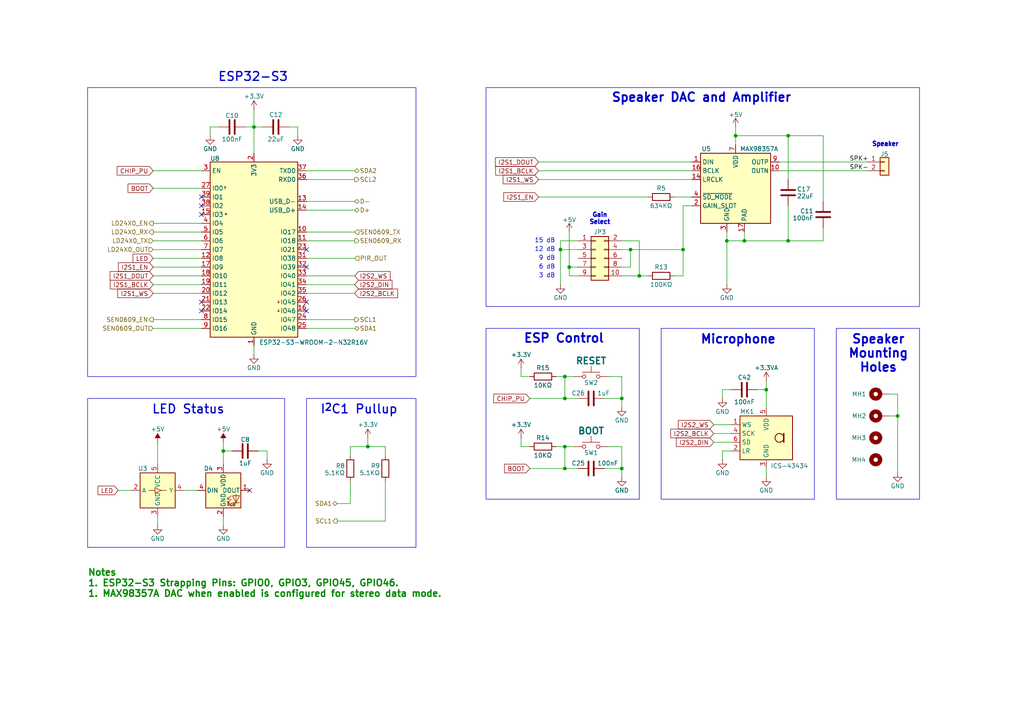
<source format=kicad_sch>
(kicad_sch (version 20250114) (generator "eeschema") (generator_version "9.0")
  (paper "A4")
  (title_block (title "ESPHome Parking Assistant") (date "2025-04-18") (rev "A") (company "Mike Lawrence"))
  (lib_symbols
    (symbol "Audio:MAX98357A"
      (property "Reference" "U" (at -8.89 11.43 0))
      (property "Value" "MAX98357A" (at 10.16 11.43 0))
      (symbol "MAX98357A_1_1"
        (rectangle (start -10.16 10.16) (end 10.16 -10.16) (stroke (width 0.254)) (fill (type background)))
        (pin input line (at -12.7 7.62 0) (length 2.54) (name "DIN") (number "1"))
        (pin input line (at -12.7 5.08 0) (length 2.54) (name "BCLK") (number "16"))
        (pin input line (at -12.7 2.54 0) (length 2.54) (name "LRCLK") (number "14"))
        (pin input line (at -12.7 -2.54 0) (length 2.54) (name "~{SD_MODE}") (number "4"))
        (pin passive line (at -12.7 -5.08 0) (length 2.54) (name "GAIN_SLOT") (number "2"))
        (pin passive line (at -2.54 -12.7 90) (length 2.54) (hide yes) (name "GND") (number "11"))
        (pin passive line (at -2.54 -12.7 90) (length 2.54) (hide yes) (name "GND") (number "15"))
        (pin power_in line (at -2.54 -12.7 90) (length 2.54) (name "GND") (number "3"))
        (pin power_in line (at 0 12.7 270) (length 2.54) (name "VDD") (number "7"))
        (pin passive line (at 0 12.7 270) (length 2.54) (hide yes) (name "VDD") (number "8"))
        (pin unspecified line (at 2.54 -12.7 90) (length 2.54) (name "PAD") (number "17"))
        (pin no_connect line (at 10.16 2.54 180) (length 2.54) (hide yes) (name "NC") (number "5"))
        (pin no_connect line (at 10.16 0 180) (length 2.54) (hide yes) (name "NC") (number "6"))
        (pin no_connect line (at 10.16 -5.08 180) (length 2.54) (hide yes) (name "NC") (number "12"))
        (pin no_connect line (at 10.16 -7.62 180) (length 2.54) (hide yes) (name "NC") (number "13"))
        (pin output line (at 12.7 7.62 180) (length 2.54) (name "OUTP") (number "9"))
        (pin output line (at 12.7 5.08 180) (length 2.54) (name "OUTN") (number "10"))
      )
    )
    (symbol "Connector_Generic:Conn_01x02" (pin_names (offset 1.016) (hide yes))
      (property "Reference" "J" (at 0 2.54 0))
      (property "Value" "Conn_01x02" (at 0 -5.08 0))
      (symbol "Conn_01x02_1_1"
        (rectangle (start -1.27 1.27) (end 1.27 -3.81) (stroke (width 0.254)) (fill (type background)))
        (rectangle (start -1.27 0.127) (end 0 -0.127) (stroke (width 0.1524)))
        (rectangle (start -1.27 -2.413) (end 0 -2.667) (stroke (width 0.1524)))
        (pin passive line (at -5.08 0 0) (length 3.81) (name "Pin_1") (number "1"))
        (pin passive line (at -5.08 -2.54 0) (length 3.81) (name "Pin_2") (number "2"))
      )
    )
    (symbol "Connector_Generic:Conn_02x05_Odd_Even" (pin_names (offset 1.016) (hide yes))
      (property "Reference" "J" (at 1.27 7.62 0))
      (property "Value" "Conn_02x05_Odd_Even" (at 1.27 -7.62 0))
      (symbol "Conn_02x05_Odd_Even_1_1"
        (rectangle (start -1.27 6.35) (end 3.81 -6.35) (stroke (width 0.254)) (fill (type background)))
        (rectangle (start -1.27 5.207) (end 0 4.953) (stroke (width 0.1524)))
        (rectangle (start -1.27 2.667) (end 0 2.413) (stroke (width 0.1524)))
        (rectangle (start -1.27 0.127) (end 0 -0.127) (stroke (width 0.1524)))
        (rectangle (start -1.27 -2.413) (end 0 -2.667) (stroke (width 0.1524)))
        (rectangle (start -1.27 -4.953) (end 0 -5.207) (stroke (width 0.1524)))
        (rectangle (start 3.81 5.207) (end 2.54 4.953) (stroke (width 0.1524)))
        (rectangle (start 3.81 2.667) (end 2.54 2.413) (stroke (width 0.1524)))
        (rectangle (start 3.81 0.127) (end 2.54 -0.127) (stroke (width 0.1524)))
        (rectangle (start 3.81 -2.413) (end 2.54 -2.667) (stroke (width 0.1524)))
        (rectangle (start 3.81 -4.953) (end 2.54 -5.207) (stroke (width 0.1524)))
        (pin passive line (at -5.08 5.08 0) (length 3.81) (name "Pin_1") (number "1"))
        (pin passive line (at -5.08 2.54 0) (length 3.81) (name "Pin_3") (number "3"))
        (pin passive line (at -5.08 0 0) (length 3.81) (name "Pin_5") (number "5"))
        (pin passive line (at -5.08 -2.54 0) (length 3.81) (name "Pin_7") (number "7"))
        (pin passive line (at -5.08 -5.08 0) (length 3.81) (name "Pin_9") (number "9"))
        (pin passive line (at 7.62 5.08 180) (length 3.81) (name "Pin_2") (number "2"))
        (pin passive line (at 7.62 2.54 180) (length 3.81) (name "Pin_4") (number "4"))
        (pin passive line (at 7.62 0 180) (length 3.81) (name "Pin_6") (number "6"))
        (pin passive line (at 7.62 -2.54 180) (length 3.81) (name "Pin_8") (number "8"))
        (pin passive line (at 7.62 -5.08 180) (length 3.81) (name "Pin_10") (number "10"))
      )
    )
    (symbol "Device:C" (pin_numbers (hide yes)) (pin_names (offset 0.254))
      (property "Reference" "C" (at 0.635 2.54 0))
      (property "Value" "C" (at 0.635 -2.54 0))
      (symbol "C_0_1"
        (polyline (pts (xy -2.032 0.762) (xy 2.032 0.762)) (stroke (width 0.508)))
        (polyline (pts (xy -2.032 -0.762) (xy 2.032 -0.762)) (stroke (width 0.508)))
      )
      (symbol "C_1_1"
        (pin passive line (at 0 3.81 270) (length 2.794) (name "~") (number "1"))
        (pin passive line (at 0 -3.81 90) (length 2.794) (name "~") (number "2"))
      )
    )
    (symbol "Device:R" (pin_numbers (hide yes)) (pin_names (offset 0))
      (property "Reference" "R" (at 2.032 0 90))
      (property "Value" "R" (at 0 0 90))
      (symbol "R_0_1"
        (rectangle (start -1.016 -2.54) (end 1.016 2.54) (stroke (width 0.254)))
      )
      (symbol "R_1_1"
        (pin passive line (at 0 3.81 270) (length 1.27) (name "~") (number "1"))
        (pin passive line (at 0 -3.81 90) (length 1.27) (name "~") (number "2"))
      )
    )
    (symbol "ESP32-S3-WROOM-2:ESP32-S3-WROOM-2"
      (property "Reference" "U2" (at 5.08 26.67 0))
      (property "Value" "ESP32-S3-WROOM-2" (at 1.524 -26.924 0))
      (symbol "ESP32-S3-WROOM-2_0_0"
        (rectangle (start -12.7 25.4) (end 12.7 -25.4) (stroke (width 0.254)) (fill (type background)))
      )
      (symbol "ESP32-S3-WROOM-2_0_1"
        (polyline (pts (xy -8.382 18.288) (xy -8.128 18.034)))
        (polyline (pts (xy -8.382 17.526) (xy -8.382 18.288) (xy -8.636 18.034)))
        (polyline (pts (xy 7.112 -14.732) (xy 7.112 -15.494) (xy 7.366 -15.24)))
        (polyline (pts (xy 7.112 -15.494) (xy 6.858 -15.24)))
        (polyline (pts (xy 7.112 -17.272) (xy 7.112 -18.034) (xy 7.366 -17.78)))
        (polyline (pts (xy 7.112 -18.034) (xy 6.858 -17.78)))
      )
      (symbol "ESP32-S3-WROOM-2_1_1"
        (text "*" (at -8.128 9.906 0) (effects (font (size 1.27 1.27))))
        (pin input line (at -15.24 22.86 0) (length 2.54) (name "EN") (number "3"))
        (pin bidirectional line (at -15.24 17.78 0) (length 2.54) (name "IO0") (number "27"))
        (pin bidirectional line (at -15.24 15.24 0) (length 2.54) (name "IO1") (number "39"))
        (pin bidirectional line (at -15.24 12.7 0) (length 2.54) (name "IO2") (number "38"))
        (pin bidirectional line (at -15.24 10.16 0) (length 2.54) (name "IO3") (number "15"))
        (pin bidirectional line (at -15.24 7.62 0) (length 2.54) (name "IO4") (number "4"))
        (pin bidirectional line (at -15.24 5.08 0) (length 2.54) (name "IO5") (number "5"))
        (pin bidirectional line (at -15.24 2.54 0) (length 2.54) (name "IO6") (number "6"))
        (pin bidirectional line (at -15.24 0 0) (length 2.54) (name "IO7") (number "7"))
        (pin bidirectional line (at -15.24 -2.54 0) (length 2.54) (name "IO8") (number "12"))
        (pin bidirectional line (at -15.24 -5.08 0) (length 2.54) (name "IO9") (number "17"))
        (pin bidirectional line (at -15.24 -7.62 0) (length 2.54) (name "IO10") (number "18"))
        (pin bidirectional line (at -15.24 -10.16 0) (length 2.54) (name "IO11") (number "19"))
        (pin bidirectional line (at -15.24 -12.7 0) (length 2.54) (name "IO12") (number "20"))
        (pin bidirectional line (at -15.24 -15.24 0) (length 2.54) (name "IO13") (number "21"))
        (pin bidirectional line (at -15.24 -17.78 0) (length 2.54) (name "IO14") (number "22"))
        (pin bidirectional line (at -15.24 -20.32 0) (length 2.54) (name "IO15") (number "8"))
        (pin bidirectional line (at -15.24 -22.86 0) (length 2.54) (name "IO16") (number "9"))
        (pin power_in line (at 0 27.94 270) (length 2.54) (name "3V3") (number "2"))
        (pin power_in line (at 0 -27.94 90) (length 2.54) (name "GND") (number "1"))
        (pin passive line (at 0 -27.94 90) (length 2.54) (hide yes) (name "GND") (number "40"))
        (pin passive line (at 0 -27.94 90) (length 2.54) (hide yes) (name "GND") (number "41"))
        (pin no_connect line (at 3.81 -25.4 270) (length 2.54) (hide yes) (name "NC3") (number "30"))
        (pin no_connect line (at 6.35 -25.4 270) (length 2.54) (hide yes) (name "NC2") (number "29"))
        (pin no_connect line (at 8.89 -25.4 270) (length 2.54) (hide yes) (name "NC1") (number "28"))
        (pin bidirectional line (at 15.24 22.86 180) (length 2.54) (name "TXD0") (number "37"))
        (pin bidirectional line (at 15.24 20.32 180) (length 2.54) (name "RXD0") (number "36"))
        (pin bidirectional line (at 15.24 13.97 180) (length 2.54) (name "USB_D-") (number "13"))
        (pin bidirectional line (at 15.24 11.43 180) (length 2.54) (name "USB_D+") (number "14"))
        (pin bidirectional line (at 15.24 5.08 180) (length 2.54) (name "IO17") (number "10"))
        (pin bidirectional line (at 15.24 2.54 180) (length 2.54) (name "IO18") (number "11"))
        (pin bidirectional line (at 15.24 0 180) (length 2.54) (name "IO21") (number "23"))
        (pin bidirectional line (at 15.24 -2.54 180) (length 2.54) (name "IO38") (number "31"))
        (pin bidirectional line (at 15.24 -5.08 180) (length 2.54) (name "IO39") (number "32"))
        (pin bidirectional line (at 15.24 -7.62 180) (length 2.54) (name "IO40") (number "33"))
        (pin bidirectional line (at 15.24 -10.16 180) (length 2.54) (name "IO41") (number "34"))
        (pin bidirectional line (at 15.24 -12.7 180) (length 2.54) (name "IO42") (number "35"))
        (pin bidirectional line (at 15.24 -15.24 180) (length 2.54) (name "IO45") (number "26"))
        (pin bidirectional line (at 15.24 -17.78 180) (length 2.54) (name "IO46") (number "16"))
        (pin bidirectional line (at 15.24 -20.32 180) (length 2.54) (name "IO47") (number "24"))
        (pin bidirectional line (at 15.24 -22.86 180) (length 2.54) (name "IO48") (number "25"))
      )
    )
    (symbol "LED:NeoPixel_THT" (pin_names (offset 0.254))
      (property "Reference" "D" (at 5.08 5.715 0))
      (property "Value" "NeoPixel_THT" (at 1.27 -5.715 0))
      (symbol "NeoPixel_THT_0_0"
        (text "RGB" (at 2.286 -4.191 0) (effects (font (size 0.762 0.762))))
      )
      (symbol "NeoPixel_THT_0_1"
        (polyline (pts (xy 1.27 -2.54) (xy 1.778 -2.54)))
        (polyline (pts (xy 1.27 -3.556) (xy 1.778 -3.556)))
        (polyline (pts (xy 2.286 -1.524) (xy 1.27 -2.54) (xy 1.27 -2.032)))
        (polyline (pts (xy 2.286 -2.54) (xy 1.27 -3.556) (xy 1.27 -3.048)))
        (polyline (pts (xy 3.683 -1.016) (xy 3.683 -3.556) (xy 3.683 -4.064)))
        (polyline (pts (xy 4.699 -1.524) (xy 2.667 -1.524) (xy 3.683 -3.556) (xy 4.699 -1.524)))
        (polyline (pts (xy 4.699 -3.556) (xy 2.667 -3.556)))
        (rectangle (start 5.08 5.08) (end -5.08 -5.08) (stroke (width 0.254)) (fill (type background)))
      )
      (symbol "NeoPixel_THT_1_1"
        (pin input line (at -7.62 0 0) (length 2.54) (name "DIN") (number "4"))
        (pin power_in line (at 0 7.62 270) (length 2.54) (name "VDD") (number "3"))
        (pin power_in line (at 0 -7.62 90) (length 2.54) (name "GND") (number "2"))
        (pin output line (at 7.62 0 180) (length 2.54) (name "DOUT") (number "1"))
      )
    )
    (symbol "Logic_LevelTranslator:SN74LV1T34DBV"
      (property "Reference" "U" (at 5.08 6.35 0))
      (property "Value" "SN74LV1T34DBV" (at 5.08 3.81 0))
      (symbol "SN74LV1T34DBV_0_1"
        (rectangle (start -5.08 5.08) (end 5.08 -5.08) (stroke (width 0.254)) (fill (type background)))
        (polyline (pts (xy -0.762 0) (xy -2.54 0)))
        (polyline (pts (xy 1.016 0) (xy 2.54 0)))
      )
      (symbol "SN74LV1T34DBV_1_1"
        (polyline (pts (xy -0.762 -0.762) (xy -0.762 0.762) (xy 1.016 0) (xy -0.762 -0.762)))
        (pin input line (at -7.62 0 0) (length 2.54) (name "A") (number "2"))
        (pin no_connect line (at -5.08 2.54 0) (length 2.54) (hide yes) (name "NC") (number "1"))
        (pin power_in line (at 0 7.62 270) (length 2.54) (name "VCC") (number "5"))
        (pin power_in line (at 0 -7.62 90) (length 2.54) (name "GND") (number "3"))
        (pin output line (at 7.62 0 180) (length 2.54) (name "Y") (number "4"))
      )
    )
    (symbol "Mechanical:MountingHole" (pin_names (offset 1.016)) (in_bom no)
      (property "Reference" "H" (at 0 5.08 0))
      (property "Value" "MountingHole" (at 0 3.175 0))
      (symbol "MountingHole_0_1"
        (circle (center 0 0) (radius 1.27) (stroke (width 1.27)))
      )
    )
    (symbol "Mechanical:MountingHole_Pad" (pin_numbers (hide yes)) (pin_names (offset 1.016) (hide yes)) (in_bom no)
      (property "Reference" "H" (at 0 6.35 0))
      (property "Value" "MountingHole_Pad" (at 0 4.445 0))
      (symbol "MountingHole_Pad_0_1"
        (circle (center 0 1.27) (radius 1.27) (stroke (width 1.27)))
      )
      (symbol "MountingHole_Pad_1_1"
        (pin input line (at 0 -2.54 90) (length 2.54) (name "1") (number "1"))
      )
    )
    (symbol "Sensor_Audio:ICS-43434"
      (property "Reference" "MK?" (at -7.62 -8.89 0))
      (property "Value" "ICS-43434" (at 2.032 -8.89 0))
      (symbol "ICS-43434_1_1"
        (rectangle (start -7.62 5.08) (end 7.62 -7.62) (stroke (width 0.254)) (fill (type background)))
        (polyline (pts (xy -5.08 0) (xy -5.08 -2.54)) (stroke (width 0.381)))
        (circle (center -3.81 -1.27) (radius 1.27) (stroke (width 0.254)))
        (pin power_in line (at 0 7.62 270) (length 2.54) (name "VDD") (number "5"))
        (pin power_in line (at 0 -10.16 90) (length 2.54) (name "GND") (number "3"))
        (pin input line (at 10.16 2.54 180) (length 2.54) (name "WS") (number "1"))
        (pin input line (at 10.16 0 180) (length 2.54) (name "SCK") (number "4"))
        (pin output line (at 10.16 -2.54 180) (length 2.54) (name "SD") (number "6"))
        (pin input line (at 10.16 -5.08 180) (length 2.54) (name "LR") (number "2"))
      )
    )
    (symbol "Switch:SW_Push" (pin_numbers (hide yes)) (pin_names (offset 1.016) (hide yes))
      (property "Reference" "SW" (at 1.27 2.54 0))
      (property "Value" "SW_Push" (at 0 -1.524 0))
      (symbol "SW_Push_0_1"
        (circle (center -2.032 0) (radius 0.508))
        (polyline (pts (xy 0 1.27) (xy 0 3.048)))
        (circle (center 2.032 0) (radius 0.508))
        (polyline (pts (xy 2.54 1.27) (xy -2.54 1.27)))
        (pin passive line (at -5.08 0 0) (length 2.54) (name "1") (number "1"))
        (pin passive line (at 5.08 0 180) (length 2.54) (name "2") (number "2"))
      )
    )
    (symbol "power:+3.3VA" (power) (pin_numbers (hide yes)) (pin_names (offset 0) (hide yes))
      (property "Value" "+3.3VA" (at 0 3.556 0))
      (symbol "+3.3VA_0_1"
        (polyline (pts (xy -0.762 1.27) (xy 0 2.54)))
        (polyline (pts (xy 0 2.54) (xy 0.762 1.27)))
        (polyline (pts (xy 0 0) (xy 0 2.54)))
      )
      (symbol "+3.3VA_1_1"
        (pin power_in line (at 0 0 90) (length 0) (name "~") (number "1"))
      )
    )
    (symbol "power:GND" (power) (pin_numbers (hide yes)) (pin_names (offset 0) (hide yes))
      (property "Value" "GND" (at 0 -3.81 0))
      (symbol "GND_0_1"
        (polyline (pts (xy 0 0) (xy 0 -1.27) (xy 1.27 -1.27) (xy 0 -2.54) (xy -1.27 -1.27) (xy 0 -1.27)))
      )
      (symbol "GND_1_1"
        (pin power_in line (at 0 0 270) (length 0) (name "~") (number "1"))
      )
    )
    (symbol "power:VBUS" (power) (pin_numbers (hide yes)) (pin_names (offset 0) (hide yes))
      (property "Value" "VBUS" (at 0 3.556 0))
      (symbol "VBUS_0_1"
        (polyline (pts (xy -0.762 1.27) (xy 0 2.54)))
        (polyline (pts (xy 0 2.54) (xy 0.762 1.27)))
        (polyline (pts (xy 0 0) (xy 0 2.54)))
      )
      (symbol "VBUS_1_1"
        (pin power_in line (at 0 0 90) (length 0) (name "~") (number "1"))
      )
    )
    (symbol "power:VS" (power) (pin_numbers (hide yes)) (pin_names (offset 0) (hide yes))
      (property "Value" "VS" (at 0 3.556 0))
      (symbol "VS_0_1"
        (polyline (pts (xy 0 0) (xy 0 2.54)))
        (polyline (pts (xy 0.762 1.27) (xy -0.762 1.27) (xy 0 2.54) (xy 0.762 1.27)) (fill (type outline)))
      )
      (symbol "VS_1_1"
        (pin power_in line (at 0 0 90) (length 0) (name "~") (number "1"))
      )
    )
  )
  (rectangle (start 140.97 25.4) (end 266.7 88.9))
  (rectangle (start 191.77 95.25) (end 236.22 144.78))
  (rectangle (start 25.4 25.4) (end 120.65 109.22))
  (rectangle (start 140.97 95.25) (end 185.42 144.78))
  (rectangle (start 25.4 115.57) (end 82.55 158.75))
  (rectangle (start 242.57 95.25) (end 266.7 144.78))
  (rectangle (start 120.65 115.57) (end 88.9 158.75))
  (text "12 dB" (at 161.036 72.39 0) (effects (font (size 1.27 1.27)) (justify right)))
  (text "3 dB" (at 161.036 80.01 0) (effects (font (size 1.27 1.27)) (justify right)))
  (text "Speaker" (at 256.794 41.91 0) (effects (font (size 1.27 1.27) (thickness 0.381) (bold yes))))
  (text "Gain\nSelect" (at 173.99 63.5 0) (effects (font (size 1.27 1.27) (thickness 0.381) (bold yes))))
  (text "I^{2}C1 Pullup" (at 104.14 117.348 0) (effects (font (size 2.54 2.54) (thickness 0.381) (bold yes)) (justify top)))
  (text "9 dB" (at 161.036 74.93 0) (effects (font (size 1.27 1.27)) (justify right)))
  (text "15 dB" (at 161.036 69.85 0) (effects (font (size 1.27 1.27)) (justify right)))
  (text "ESP32-S3" (at 73.406 23.876 0) (effects (font (size 2.54 2.54) (thickness 0.381) (bold yes)) (justify bottom)))
  (text "6 dB" (at 161.036 77.47 0) (effects (font (size 1.27 1.27)) (justify right)))
  (text "Speaker\nMounting\nHoles" (at 254.762 97.028 0) (effects (font (size 2.54 2.54) (thickness 0.508) (bold yes)) (justify top)))
  (text "Notes\n1. ESP32-S3 Strapping Pins: GPIO0, GPIO3, GPIO45, GPIO46.\n1. MAX98357A DAC when enabled is configured for stereo data mode." (at 25.4 165.1 0) (effects (font (size 1.905 1.905) (thickness 0.381) (bold yes)) (justify left top)))
  (text "Speaker DAC and Amplifier" (at 203.454 26.924 0) (effects (font (size 2.54 2.54) (thickness 0.508) (bold yes)) (justify top)))
  (text "ESP Control" (at 163.576 96.774 0) (effects (font (size 2.54 2.54) (thickness 0.508) (bold yes)) (justify top)))
  (text "Microphone" (at 214.122 97.028 0) (effects (font (size 2.54 2.54) (thickness 0.508) (bold yes)) (justify top)))
  (text "LED Status" (at 54.61 117.348 0) (effects (font (size 2.54 2.54) (thickness 0.381) (bold yes)) (justify top)))
  (junction (at 182.88 72.39))
  (junction (at 64.77 130.81))
  (junction (at 163.83 115.57))
  (junction (at 163.83 129.54))
  (junction (at 185.42 80.01))
  (junction (at 228.6 39.37))
  (junction (at 73.66 36.83))
  (junction (at 163.83 109.22))
  (junction (at 215.9 69.85))
  (junction (at 180.34 135.89))
  (junction (at 198.12 72.39))
  (junction (at 162.56 72.39))
  (junction (at 165.1 77.47))
  (junction (at 222.25 113.03))
  (junction (at 180.34 115.57))
  (junction (at 228.6 69.85))
  (junction (at 210.82 69.85))
  (junction (at 260.35 120.65))
  (junction (at 163.83 135.89))
  (junction (at 106.68 129.54))
  (junction (at 213.36 39.37))
  (no_connect (at 58.42 62.23))
  (no_connect (at 58.42 87.63))
  (no_connect (at 88.9 87.63))
  (no_connect (at 88.9 77.47))
  (no_connect (at 72.39 142.24))
  (no_connect (at 88.9 90.17))
  (no_connect (at 58.42 90.17))
  (no_connect (at 58.42 57.15))
  (no_connect (at 88.9 72.39))
  (no_connect (at 58.42 59.69))
  (wire (pts (xy 44.45 54.61) (xy 58.42 54.61)))
  (wire (pts (xy 257.81 114.3) (xy 260.35 114.3)))
  (wire (pts (xy 215.9 67.31) (xy 215.9 69.85)))
  (wire (pts (xy 153.67 115.57) (xy 163.83 115.57)))
  (wire (pts (xy 180.34 80.01) (xy 185.42 80.01)))
  (wire (pts (xy 44.45 95.25) (xy 58.42 95.25)))
  (wire (pts (xy 106.68 129.54) (xy 101.6 129.54)))
  (wire (pts (xy 180.34 115.57) (xy 180.34 109.22)))
  (wire (pts (xy 63.5 36.83) (xy 60.96 36.83)))
  (wire (pts (xy 222.25 135.89) (xy 222.25 138.43)))
  (wire (pts (xy 222.25 110.49) (xy 222.25 113.03)))
  (wire (pts (xy 71.12 36.83) (xy 73.66 36.83)))
  (wire (pts (xy 101.6 146.05) (xy 97.79 146.05)))
  (wire (pts (xy 101.6 139.7) (xy 101.6 146.05)))
  (wire (pts (xy 44.45 74.93) (xy 58.42 74.93)))
  (wire (pts (xy 238.76 58.42) (xy 238.76 39.37)))
  (wire (pts (xy 44.45 69.85) (xy 58.42 69.85)))
  (wire (pts (xy 45.72 149.86) (xy 45.72 152.4)))
  (wire (pts (xy 207.01 128.27) (xy 212.09 128.27)))
  (wire (pts (xy 86.36 36.83) (xy 86.36 39.37)))
  (wire (pts (xy 64.77 128.27) (xy 64.77 130.81)))
  (wire (pts (xy 44.45 82.55) (xy 58.42 82.55)))
  (wire (pts (xy 180.34 115.57) (xy 180.34 118.11)))
  (wire (pts (xy 228.6 52.07) (xy 228.6 39.37)))
  (wire (pts (xy 228.6 59.69) (xy 228.6 69.85)))
  (wire (pts (xy 67.31 130.81) (xy 64.77 130.81)))
  (wire (pts (xy 161.29 129.54) (xy 163.83 129.54)))
  (wire (pts (xy 207.01 123.19) (xy 212.09 123.19)))
  (wire (pts (xy 88.9 74.93) (xy 102.87 74.93)))
  (wire (pts (xy 44.45 72.39) (xy 58.42 72.39)))
  (wire (pts (xy 213.36 39.37) (xy 228.6 39.37)))
  (wire (pts (xy 83.82 36.83) (xy 86.36 36.83)))
  (wire (pts (xy 167.64 80.01) (xy 165.1 80.01)))
  (wire (pts (xy 88.9 80.01) (xy 102.87 80.01)))
  (wire (pts (xy 74.93 130.81) (xy 77.47 130.81)))
  (wire (pts (xy 182.88 72.39) (xy 198.12 72.39)))
  (wire (pts (xy 163.83 109.22) (xy 161.29 109.22)))
  (wire (pts (xy 209.55 130.81) (xy 209.55 133.35)))
  (wire (pts (xy 182.88 72.39) (xy 182.88 77.47)))
  (wire (pts (xy 44.45 49.53) (xy 58.42 49.53)))
  (wire (pts (xy 200.66 59.69) (xy 198.12 59.69)))
  (wire (pts (xy 180.34 69.85) (xy 185.42 69.85)))
  (wire (pts (xy 64.77 149.86) (xy 64.77 152.4)))
  (wire (pts (xy 260.35 114.3) (xy 260.35 120.65)))
  (wire (pts (xy 167.64 77.47) (xy 165.1 77.47)))
  (wire (pts (xy 73.66 100.33) (xy 73.66 102.87)))
  (wire (pts (xy 167.64 69.85) (xy 162.56 69.85)))
  (wire (pts (xy 44.45 85.09) (xy 58.42 85.09)))
  (wire (pts (xy 162.56 72.39) (xy 167.64 72.39)))
  (wire (pts (xy 210.82 69.85) (xy 210.82 82.55)))
  (wire (pts (xy 163.83 129.54) (xy 166.37 129.54)))
  (wire (pts (xy 162.56 72.39) (xy 162.56 82.55)))
  (wire (pts (xy 111.76 129.54) (xy 106.68 129.54)))
  (wire (pts (xy 165.1 77.47) (xy 165.1 67.31)))
  (wire (pts (xy 44.45 67.31) (xy 58.42 67.31)))
  (wire (pts (xy 44.45 80.01) (xy 58.42 80.01)))
  (wire (pts (xy 73.66 31.75) (xy 73.66 36.83)))
  (wire (pts (xy 163.83 135.89) (xy 167.64 135.89)))
  (wire (pts (xy 212.09 130.81) (xy 209.55 130.81)))
  (wire (pts (xy 106.68 127) (xy 106.68 129.54)))
  (wire (pts (xy 73.66 36.83) (xy 76.2 36.83)))
  (wire (pts (xy 180.34 135.89) (xy 180.34 138.43)))
  (wire (pts (xy 165.1 80.01) (xy 165.1 77.47)))
  (wire (pts (xy 213.36 39.37) (xy 213.36 41.91)))
  (wire (pts (xy 151.13 127) (xy 151.13 129.54)))
  (wire (pts (xy 212.09 113.03) (xy 209.55 113.03)))
  (wire (pts (xy 101.6 129.54) (xy 101.6 132.08)))
  (wire (pts (xy 207.01 125.73) (xy 212.09 125.73)))
  (wire (pts (xy 34.29 142.24) (xy 38.1 142.24)))
  (wire (pts (xy 153.67 129.54) (xy 151.13 129.54)))
  (wire (pts (xy 88.9 69.85) (xy 102.87 69.85)))
  (wire (pts (xy 215.9 69.85) (xy 210.82 69.85)))
  (wire (pts (xy 153.67 135.89) (xy 163.83 135.89)))
  (wire (pts (xy 162.56 69.85) (xy 162.56 72.39)))
  (wire (pts (xy 163.83 109.22) (xy 166.37 109.22)))
  (wire (pts (xy 151.13 106.68) (xy 151.13 109.22)))
  (wire (pts (xy 88.9 67.31) (xy 102.87 67.31)))
  (wire (pts (xy 198.12 72.39) (xy 198.12 80.01)))
  (wire (pts (xy 163.83 129.54) (xy 163.83 135.89)))
  (wire (pts (xy 156.21 46.99) (xy 200.66 46.99)))
  (wire (pts (xy 73.66 36.83) (xy 73.66 44.45)))
  (wire (pts (xy 153.67 109.22) (xy 151.13 109.22)))
  (wire (pts (xy 180.34 72.39) (xy 182.88 72.39)))
  (wire (pts (xy 45.72 128.27) (xy 45.72 134.62)))
  (wire (pts (xy 176.53 129.54) (xy 180.34 129.54)))
  (wire (pts (xy 213.36 36.83) (xy 213.36 39.37)))
  (wire (pts (xy 64.77 130.81) (xy 64.77 134.62)))
  (wire (pts (xy 222.25 113.03) (xy 222.25 118.11)))
  (wire (pts (xy 60.96 36.83) (xy 60.96 39.37)))
  (wire (pts (xy 111.76 151.13) (xy 97.79 151.13)))
  (wire (pts (xy 77.47 130.81) (xy 77.47 133.35)))
  (wire (pts (xy 44.45 77.47) (xy 58.42 77.47)))
  (wire (pts (xy 180.34 77.47) (xy 182.88 77.47)))
  (wire (pts (xy 167.64 115.57) (xy 163.83 115.57)))
  (wire (pts (xy 260.35 120.65) (xy 257.81 120.65)))
  (wire (pts (xy 156.21 57.15) (xy 187.96 57.15)))
  (wire (pts (xy 156.21 52.07) (xy 200.66 52.07)))
  (wire (pts (xy 88.9 82.55) (xy 102.87 82.55)))
  (wire (pts (xy 163.83 109.22) (xy 163.83 115.57)))
  (wire (pts (xy 209.55 113.03) (xy 209.55 115.57)))
  (wire (pts (xy 185.42 69.85) (xy 185.42 80.01)))
  (wire (pts (xy 176.53 109.22) (xy 180.34 109.22)))
  (wire (pts (xy 226.06 49.53) (xy 251.46 49.53)))
  (wire (pts (xy 111.76 139.7) (xy 111.76 151.13)))
  (wire (pts (xy 156.21 49.53) (xy 200.66 49.53)))
  (wire (pts (xy 88.9 85.09) (xy 102.87 85.09)))
  (wire (pts (xy 44.45 92.71) (xy 58.42 92.71)))
  (wire (pts (xy 185.42 80.01) (xy 187.96 80.01)))
  (wire (pts (xy 198.12 72.39) (xy 198.12 59.69)))
  (wire (pts (xy 175.26 115.57) (xy 180.34 115.57)))
  (wire (pts (xy 88.9 58.42) (xy 102.87 58.42)))
  (wire (pts (xy 228.6 39.37) (xy 238.76 39.37)))
  (wire (pts (xy 238.76 69.85) (xy 228.6 69.85)))
  (wire (pts (xy 228.6 69.85) (xy 215.9 69.85)))
  (wire (pts (xy 88.9 92.71) (xy 102.87 92.71)))
  (wire (pts (xy 180.34 129.54) (xy 180.34 135.89)))
  (wire (pts (xy 88.9 95.25) (xy 102.87 95.25)))
  (wire (pts (xy 198.12 80.01) (xy 195.58 80.01)))
  (wire (pts (xy 88.9 49.53) (xy 102.87 49.53)))
  (wire (pts (xy 260.35 120.65) (xy 260.35 137.16)))
  (wire (pts (xy 44.45 64.77) (xy 58.42 64.77)))
  (wire (pts (xy 219.71 113.03) (xy 222.25 113.03)))
  (wire (pts (xy 238.76 66.04) (xy 238.76 69.85)))
  (wire (pts (xy 53.34 142.24) (xy 57.15 142.24)))
  (wire (pts (xy 180.34 135.89) (xy 175.26 135.89)))
  (wire (pts (xy 200.66 57.15) (xy 195.58 57.15)))
  (wire (pts (xy 111.76 132.08) (xy 111.76 129.54)))
  (wire (pts (xy 88.9 52.07) (xy 102.87 52.07)))
  (wire (pts (xy 210.82 69.85) (xy 210.82 67.31)))
  (wire (pts (xy 88.9 60.96) (xy 102.87 60.96)))
  (wire (pts (xy 226.06 46.99) (xy 251.46 46.99)))
  (label "SPK-" (at 246.38 49.53 0))
  (label "SPK+" (at 246.38 46.99 0))
  (global_label "I2S1_WS" (shape input) (at 44.45 85.09 180) (property "Intersheetrefs" "${INTERSHEET_REFS}" (effects (hide yes))))
  (global_label "I2S2_DIN" (shape input) (at 102.87 82.55 0) (property "Intersheetrefs" "${INTERSHEET_REFS}" (effects (hide yes))))
  (global_label "LED" (shape input) (at 34.29 142.24 180) (property "Intersheetrefs" "${INTERSHEET_REFS}" (effects (hide yes))))
  (global_label "I2S2_BCLK" (shape input) (at 102.87 85.09 0) (property "Intersheetrefs" "${INTERSHEET_REFS}" (effects (hide yes))))
  (global_label "I2S1_EN" (shape input) (at 156.21 57.15 180) (property "Intersheetrefs" "${INTERSHEET_REFS}" (effects (hide yes))))
  (global_label "I2S2_WS" (shape input) (at 207.01 123.19 180) (property "Intersheetrefs" "${INTERSHEET_REFS}" (effects (hide yes))))
  (global_label "I2S1_BCLK" (shape input) (at 44.45 82.55 180) (property "Intersheetrefs" "${INTERSHEET_REFS}" (effects (hide yes))))
  (global_label "I2S2_DIN" (shape input) (at 207.01 128.27 180) (property "Intersheetrefs" "${INTERSHEET_REFS}" (effects (hide yes))))
  (global_label "BOOT" (shape input) (at 44.45 54.61 180) (property "Intersheetrefs" "${INTERSHEET_REFS}" (effects (hide yes))))
  (global_label "I2S1_EN" (shape input) (at 44.45 77.47 180) (property "Intersheetrefs" "${INTERSHEET_REFS}" (effects (hide yes))))
  (global_label "I2S1_DOUT" (shape input) (at 156.21 46.99 180) (property "Intersheetrefs" "${INTERSHEET_REFS}" (effects (hide yes))))
  (global_label "LED" (shape input) (at 44.45 74.93 180) (property "Intersheetrefs" "${INTERSHEET_REFS}" (effects (hide yes))))
  (global_label "I2S1_WS" (shape input) (at 156.21 52.07 180) (property "Intersheetrefs" "${INTERSHEET_REFS}" (effects (hide yes))))
  (global_label "I2S1_BCLK" (shape input) (at 156.21 49.53 180) (property "Intersheetrefs" "${INTERSHEET_REFS}" (effects (hide yes))))
  (global_label "CHIP_PU" (shape input) (at 153.67 115.57 180) (property "Intersheetrefs" "${INTERSHEET_REFS}" (effects (hide yes))))
  (global_label "I2S1_DOUT" (shape input) (at 44.45 80.01 180) (property "Intersheetrefs" "${INTERSHEET_REFS}" (effects (hide yes))))
  (global_label "I2S2_WS" (shape input) (at 102.87 80.01 0) (property "Intersheetrefs" "${INTERSHEET_REFS}" (effects (hide yes))))
  (global_label "CHIP_PU" (shape input) (at 44.45 49.53 180) (property "Intersheetrefs" "${INTERSHEET_REFS}" (effects (hide yes))))
  (global_label "I2S2_BCLK" (shape input) (at 207.01 125.73 180) (property "Intersheetrefs" "${INTERSHEET_REFS}" (effects (hide yes))))
  (global_label "BOOT" (shape input) (at 153.67 135.89 180) (property "Intersheetrefs" "${INTERSHEET_REFS}" (effects (hide yes))))
  (hierarchical_label "SEN0609_EN" (shape output) (at 44.45 92.71 180))
  (hierarchical_label "SCL1" (shape output) (at 102.87 92.71 0))
  (hierarchical_label "D+" (shape bidirectional) (at 102.87 60.96 0))
  (hierarchical_label "LD24X0_TX" (shape input) (at 44.45 69.85 180))
  (hierarchical_label "SDA1" (shape bidirectional) (at 102.87 95.25 0))
  (hierarchical_label "SCL2" (shape output) (at 102.87 52.07 0))
  (hierarchical_label "LD24X0_RX" (shape output) (at 44.45 67.31 180))
  (hierarchical_label "SEN0609_OUT" (shape input) (at 44.45 95.25 180))
  (hierarchical_label "SEN0609_TX" (shape input) (at 102.87 67.31 0))
  (hierarchical_label "LD24X0_EN" (shape output) (at 44.45 64.77 180))
  (hierarchical_label "SCL1" (shape output) (at 97.79 151.13 180))
  (hierarchical_label "LD24X0_OUT" (shape input) (at 44.45 72.39 180))
  (hierarchical_label "SDA2" (shape bidirectional) (at 102.87 49.53 0))
  (hierarchical_label "SEN0609_RX" (shape output) (at 102.87 69.85 0))
  (hierarchical_label "PIR_OUT" (shape input) (at 102.87 74.93 0))
  (hierarchical_label "SDA1" (shape bidirectional) (at 97.79 146.05 180))
  (hierarchical_label "D-" (shape bidirectional) (at 102.87 58.42 0))
  (symbol (lib_id "Mechanical:MountingHole") (at 254 127 0) (unit 1) (in_bom no)
    (property "Reference" "MH3" (at 251.206 127 0) (effects (justify right)))
    (property "Footprint" "MountingHole:MountingHole_2.2mm_M2_Pad" (effects (hide yes)))
    (property "Description" "Mounting Hole without connection" (effects (hide yes)))
  )
  (symbol (lib_id "Mechanical:MountingHole") (at 254 133.35 0) (unit 1) (in_bom no)
    (property "Reference" "MH4" (at 251.206 133.35 0) (effects (justify right)))
    (property "Footprint" "MountingHole:MountingHole_2.2mm_M2_Pad" (effects (hide yes)))
    (property "Description" "Mounting Hole without connection" (effects (hide yes)))
  )
  (symbol (lib_id "power:GND") (at 60.96 39.37 0) (unit 1)
    (property "Reference" "#PWR016" (effects (hide yes)))
    (property "Value" "GND" (at 60.96 43.18 0))
    (property "Description" "Power symbol creates a global label with name \"GND\" , ground" (effects (hide yes)))
  )
  (symbol (lib_id "power:VS") (at 64.77 128.27 0) (unit 1)
    (property "Reference" "#PWR020" (effects (hide yes)))
    (property "Value" "+5V" (at 64.77 124.46 0))
    (property "Description" "Power symbol creates a global label with name \"VS\"" (effects (hide yes)))
  )
  (symbol (lib_id "power:+3.3VA") (at 151.13 106.68 0) (unit 1)
    (property "Reference" "#PWR076" (effects (hide yes)))
    (property "Value" "+3.3V" (at 151.13 102.87 0))
    (property "Description" "Power symbol creates a global label with name \"+3.3VA\"" (effects (hide yes)))
  )
  (symbol (lib_id "power:GND") (at 210.82 82.55 0) (unit 1)
    (property "Reference" "#PWR047" (effects (hide yes)))
    (property "Value" "GND" (at 210.82 86.36 0))
    (property "Description" "Power symbol creates a global label with name \"GND\" , ground" (effects (hide yes)))
  )
  (symbol (lib_id "power:GND") (at 260.35 137.16 0) (unit 1)
    (property "Reference" "#PWR081" (effects (hide yes)))
    (property "Value" "GND" (at 260.35 140.97 0))
    (property "Description" "Power symbol creates a global label with name \"GND\" , ground" (effects (hide yes)))
  )
  (symbol (lib_id "power:GND") (at 222.25 138.43 0) (unit 1)
    (property "Reference" "#PWR071" (effects (hide yes)))
    (property "Value" "GND" (at 222.25 142.24 0))
    (property "Description" "Power symbol creates a global label with name \"GND\" , ground" (effects (hide yes)))
  )
  (symbol (lib_id "Audio:MAX98357A") (at 213.36 54.61 0) (unit 1)
    (property "Reference" "U5" (at 203.454 43.18 0) (effects (justify left)))
    (property "Value" "MAX98357A" (at 214.63 43.18 0) (effects (justify left)))
    (property "Footprint" "Package_DFN_QFN:TQFN-16-1EP_3x3mm_P0.5mm_EP1.23x1.23mm" (effects (hide yes)))
    (property "Datasheet" "https://www.analog.com/media/en/technical-documentation/data-sheets/MAX98357A-MAX98357B.pdf" (effects (hide yes)))
    (property "Description" "Mono DAC with amplifier, I2S, PCM, TDM, 32-bit, 96khz, 3.2W, TQFP-16" (effects (hide yes)))
    (property "Part Number" "MAX98357AETE" (effects (hide yes)))
    (property "Manufacturer" "Maxim" (effects (hide yes)))
  )
  (symbol (lib_id "Device:R") (at 157.48 129.54 90) (unit 1)
    (property "Reference" "R14" (at 157.48 127 90))
    (property "Value" "10KΩ" (at 157.48 132.08 90))
    (property "Footprint" "Resistor_SMD:R_0402_1005Metric" (effects (hide yes)))
    (property "Description" "Resistor, 10KΩ, 62.5mW, 1%, 0402" (effects (hide yes)))
    (property "Manufacturer" "Vishay / Dale" (effects (hide yes)))
    (property "Part Number" "CRCW040210K0FKED" (effects (hide yes)))
  )
  (symbol (lib_id "Device:C") (at 215.9 113.03 90) (unit 1)
    (property "Reference" "C42" (at 215.9 109.474 90))
    (property "Value" "100nF" (at 215.9 116.586 90))
    (property "Footprint" "Capacitor_SMD:C_0402_1005Metric" (effects (hide yes)))
    (property "Description" "Capacitor, 100nF, MLCC, 50V, X7R, 10%, 0402" (effects (hide yes)))
    (property "Manufacturer" "Samsung" (effects (hide yes)))
    (property "Part Number" "CL05B104KB54PNC" (effects (hide yes)))
  )
  (symbol (lib_id "Connector_Generic:Conn_02x05_Odd_Even") (at 172.72 74.93 0) (unit 1)
    (property "Reference" "JP3" (at 173.99 67.31 0))
    (property "Value" "Gain" (effects (hide yes)))
    (property "Footprint" "TMM-105-01-X-D-SM:SAMTEC_TMM-105-01-X-D-SM" (effects (hide yes)))
    (property "Description" "Header, 10 position, 2mm spacing, dual row, 02x05, SMT" (effects (hide yes)))
    (property "Manufacturer" "Samtec" (effects (hide yes)))
    (property "Part Number" "TMM-105-01-L-D-SM-P-TR" (effects (hide yes)))
  )
  (symbol (lib_id "power:VS") (at 45.72 128.27 0) (unit 1)
    (property "Reference" "#PWR019" (effects (hide yes)))
    (property "Value" "+5V" (at 45.72 124.46 0))
    (property "Description" "Power symbol creates a global label with name \"VS\"" (effects (hide yes)))
  )
  (symbol (lib_id "power:GND") (at 162.56 82.55 0) (unit 1)
    (property "Reference" "#PWR075" (effects (hide yes)))
    (property "Value" "GND" (at 162.56 86.36 0))
    (property "Description" "Power symbol creates a global label with name \"GND\" , ground" (effects (hide yes)))
  )
  (symbol (lib_id "Device:R") (at 191.77 80.01 90) (mirror x) (unit 1)
    (property "Reference" "R13" (at 191.77 77.47 90))
    (property "Value" "100KΩ" (at 191.77 82.55 90))
    (property "Footprint" "Resistor_SMD:R_0402_1005Metric" (effects (hide yes)))
    (property "Description" "Resistor, 100KΩ, 62.5mW, 1%, 0402" (effects (hide yes)))
    (property "Part Number" "CRCW0402100KFKED" (effects (hide yes)))
    (property "Manufacturer" "Vishay / Dale" (effects (hide yes)))
  )
  (symbol (lib_id "power:+3.3VA") (at 106.68 127 0) (mirror y) (unit 1)
    (property "Reference" "#PWR015" (effects (hide yes)))
    (property "Value" "+3.3V" (at 106.68 123.19 0))
    (property "Description" "Power symbol creates a global label with name \"+3.3VA\"" (effects (hide yes)))
  )
  (symbol (lib_id "LED:NeoPixel_THT") (at 64.77 142.24 0) (unit 1)
    (property "Reference" "D4" (at 60.452 135.89 0))
    (property "Value" "NeoPixel_THT" (effects (hide yes)))
    (property "Footprint" "LED_THT:LED_D5.0mm-4_RGB" (effects (hide yes)))
    (property "Datasheet" "https://www.adafruit.com/product/1938" (effects (hide yes)))
    (property "Description" "RGB LED with integrated controller, 5mm/8mm LED package" (effects (hide yes)))
    (property "Manufacturer" "Adafruit" (effects (hide yes)))
    (property "Part Number" "1938" (effects (hide yes)))
  )
  (symbol (lib_id "Device:R") (at 111.76 135.89 0) (mirror y) (unit 1)
    (property "Reference" "R9" (at 110.236 135.128 0) (effects (justify left)))
    (property "Value" "5.1KΩ" (at 110.236 137.16 0) (effects (justify left)))
    (property "Footprint" "Resistor_SMD:R_0402_1005Metric" (effects (hide yes)))
    (property "Description" "Resistor, 5.1KΩ, 62.5mW, 1%, 0402" (effects (hide yes)))
    (property "Manufacturer" "Vishay / Dale" (effects (hide yes)))
    (property "Part Number" "CRCW04025K10FKED" (effects (hide yes)))
  )
  (symbol (lib_id "Logic_LevelTranslator:SN74LV1T34DBV") (at 45.72 142.24 0) (unit 1)
    (property "Reference" "U3" (at 41.402 135.89 0))
    (property "Value" "SN74LV1T34DBV" (effects (hide yes)))
    (property "Footprint" "Package_TO_SOT_SMD:SOT-23-5" (effects (hide yes)))
    (property "Datasheet" "https://www.ti.com/lit/ds/symlink/sn74lv1t34.pdf" (effects (hide yes)))
    (property "Description" "IC, Single Power Supply, Single Buffer GATE, CMOS Logic, Level Shifter, SOT-23-5" (effects (hide yes)))
    (property "Manufacturer" "Texas Instruments" (effects (hide yes)))
    (property "Part Number" "SN74LV1T34DBV" (effects (hide yes)))
  )
  (symbol (lib_id "Switch:SW_Push") (at 171.45 109.22 0) (mirror y) (unit 1)
    (property "Reference" "SW2" (at 171.45 110.998 0))
    (property "Value" "RESET" (at 171.45 104.648 0) (effects (font (size 1.905 1.905) (thickness 0.381) (bold yes))))
    (property "Footprint" "Button_Switch_SMD:SW_SPST_B3U-1000P-B" (effects (hide yes)))
    (property "Datasheet" "https://omronfs.omron.com/en_US/ecb/products/pdf/en-b3u.pdf" (effects (hide yes)))
    (property "Description" "Switch, SMD" (effects (hide yes)))
    (property "Part Number" "B3U-1000P" (effects (hide yes)))
    (property "Manufacturer" "Omron" (effects (hide yes)))
  )
  (symbol (lib_id "power:GND") (at 180.34 138.43 0) (unit 1)
    (property "Reference" "#PWR078" (effects (hide yes)))
    (property "Value" "GND" (at 180.34 142.24 0))
    (property "Description" "Power symbol creates a global label with name \"GND\" , ground" (effects (hide yes)))
  )
  (symbol (lib_id "power:VBUS") (at 213.36 36.83 0) (unit 1)
    (property "Reference" "#PWR048" (effects (hide yes)))
    (property "Value" "+5V" (at 213.36 33.274 0))
    (property "Description" "Power symbol creates a global label with name \"VBUS\"" (effects (hide yes)))
  )
  (symbol (lib_id "Device:R") (at 101.6 135.89 0) (mirror y) (unit 1)
    (property "Reference" "R8" (at 100.076 135.128 0) (effects (justify left)))
    (property "Value" "5.1KΩ" (at 100.076 137.16 0) (effects (justify left)))
    (property "Footprint" "Resistor_SMD:R_0402_1005Metric" (effects (hide yes)))
    (property "Description" "Resistor, 5.1KΩ, 62.5mW, 1%, 0402" (effects (hide yes)))
    (property "Manufacturer" "Vishay / Dale" (effects (hide yes)))
    (property "Part Number" "CRCW04025K10FKED" (effects (hide yes)))
  )
  (symbol (lib_id "power:VBUS") (at 165.1 67.31 0) (unit 1)
    (property "Reference" "#PWR073" (effects (hide yes)))
    (property "Value" "+5V" (at 165.1 63.754 0))
    (property "Description" "Power symbol creates a global label with name \"VBUS\"" (effects (hide yes)))
  )
  (symbol (lib_id "power:GND") (at 64.77 152.4 0) (unit 1)
    (property "Reference" "#PWR024" (effects (hide yes)))
    (property "Value" "GND" (at 64.77 156.21 0))
    (property "Description" "Power symbol creates a global label with name \"GND\" , ground" (effects (hide yes)))
  )
  (symbol (lib_id "power:+3.3VA") (at 222.25 110.49 0) (unit 1)
    (property "Reference" "#PWR070" (effects (hide yes)))
    (property "Value" "+3.3VA" (at 222.25 106.68 0))
    (property "Description" "Power symbol creates a global label with name \"+3.3VA\"" (effects (hide yes)))
  )
  (symbol (lib_id "Device:C") (at 171.45 135.89 270) (unit 1)
    (property "Reference" "C25" (at 169.672 134.366 90) (effects (justify right)))
    (property "Value" "100nF" (at 173.228 134.366 90) (effects (justify left)))
    (property "Footprint" "Capacitor_SMD:C_0402_1005Metric" (effects (hide yes)))
    (property "Description" "Capacitor, 100nF, MLCC, 50V, X7R, 10%, 0402" (effects (hide yes)))
    (property "Manufacturer" "Samsung" (effects (hide yes)))
    (property "Part Number" "CL05B104KB54PNC" (effects (hide yes)))
  )
  (symbol (lib_id "Device:R") (at 191.77 57.15 90) (mirror x) (unit 1)
    (property "Reference" "R5" (at 191.77 54.61 90))
    (property "Value" "634KΩ" (at 191.77 59.69 90))
    (property "Footprint" "Resistor_SMD:R_0402_1005Metric" (effects (hide yes)))
    (property "Description" "Resistor, 634KΩ, 62.5mW, 1%, 0402" (effects (hide yes)))
    (property "Part Number" "CRCW0402634KFKED" (effects (hide yes)))
    (property "Manufacturer" "Vishay / Dale" (effects (hide yes)))
  )
  (symbol (lib_id "power:GND") (at 209.55 115.57 0) (unit 1)
    (property "Reference" "#PWR072" (effects (hide yes)))
    (property "Value" "GND" (at 209.55 119.38 0))
    (property "Description" "Power symbol creates a global label with name \"GND\" , ground" (effects (hide yes)))
  )
  (symbol (lib_id "power:+3.3VA") (at 151.13 127 0) (unit 1)
    (property "Reference" "#PWR077" (effects (hide yes)))
    (property "Value" "+3.3V" (at 151.13 123.19 0))
    (property "Description" "Power symbol creates a global label with name \"+3.3VA\"" (effects (hide yes)))
  )
  (symbol (lib_id "Device:C") (at 80.01 36.83 90) (mirror x) (unit 1)
    (property "Reference" "C12" (at 80.01 33.274 90))
    (property "Value" "22uF" (at 80.01 40.386 90))
    (property "Footprint" "Capacitor_SMD:C_0603_1608Metric" (effects (hide yes)))
    (property "Description" "Capacitor, 22uF, MLCC, 6.3V, X5R, 20%, 0603" (effects (hide yes)))
    (property "Manufacturer" "Murata" (effects (hide yes)))
    (property "Part Number" "GRM188R60J226MEA0D" (effects (hide yes)))
  )
  (symbol (lib_id "Device:C") (at 238.76 62.23 0) (mirror y) (unit 1)
    (property "Reference" "C11" (at 235.966 61.214 0) (effects (justify left)))
    (property "Value" "100nF" (at 235.966 63.246 0) (effects (justify left)))
    (property "Footprint" "Capacitor_SMD:C_0402_1005Metric" (effects (hide yes)))
    (property "Description" "Capacitor, 100nF, MLCC, 50V, X7R, 10%, 0402" (effects (hide yes)))
    (property "Manufacturer" "Samsung" (effects (hide yes)))
    (property "Part Number" "CL05B104KB54PNC" (effects (hide yes)))
  )
  (symbol (lib_id "Device:R") (at 157.48 109.22 90) (unit 1)
    (property "Reference" "R15" (at 157.48 106.68 90))
    (property "Value" "10KΩ" (at 157.48 111.76 90))
    (property "Footprint" "Resistor_SMD:R_0402_1005Metric" (effects (hide yes)))
    (property "Description" "Resistor, 10KΩ, 62.5mW, 1%, 0402" (effects (hide yes)))
    (property "Manufacturer" "Vishay / Dale" (effects (hide yes)))
    (property "Part Number" "CRCW040210K0FKED" (effects (hide yes)))
  )
  (symbol (lib_id "Device:C") (at 67.31 36.83 90) (unit 1)
    (property "Reference" "C10" (at 67.31 33.528 90))
    (property "Value" "100nF" (at 67.31 40.386 90))
    (property "Footprint" "Capacitor_SMD:C_0402_1005Metric" (effects (hide yes)))
    (property "Description" "Capacitor, 100nF, MLCC, 50V, X7R, 10%, 0402" (effects (hide yes)))
    (property "Manufacturer" "Samsung" (effects (hide yes)))
    (property "Part Number" "CL05B104KB54PNC" (effects (hide yes)))
  )
  (symbol (lib_id "power:GND") (at 45.72 152.4 0) (unit 1)
    (property "Reference" "#PWR023" (effects (hide yes)))
    (property "Value" "GND" (at 45.72 156.21 0))
    (property "Description" "Power symbol creates a global label with name \"GND\" , ground" (effects (hide yes)))
  )
  (symbol (lib_id "Switch:SW_Push") (at 171.45 129.54 0) (mirror y) (unit 1)
    (property "Reference" "SW1" (at 171.45 131.318 0))
    (property "Value" "BOOT" (at 171.45 124.968 0) (effects (font (size 1.905 1.905) (thickness 0.381) (bold yes))))
    (property "Footprint" "Button_Switch_SMD:SW_SPST_B3U-1000P-B" (effects (hide yes)))
    (property "Datasheet" "https://omronfs.omron.com/en_US/ecb/products/pdf/en-b3u.pdf" (effects (hide yes)))
    (property "Description" "Switch, SMD" (effects (hide yes)))
    (property "Part Number" "B3U-1000P" (effects (hide yes)))
    (property "Manufacturer" "Omron" (effects (hide yes)))
  )
  (symbol (lib_id "Device:C") (at 171.45 115.57 90) (unit 1)
    (property "Reference" "C26" (at 169.672 114.046 90) (effects (justify left)))
    (property "Value" "1uF" (at 173.228 114.046 90) (effects (justify right)))
    (property "Footprint" "Capacitor_SMD:C_0402_1005Metric" (effects (hide yes)))
    (property "Description" "Capacitor, 1uF, MLCC, 25V, X5R, 10%, 0402" (effects (hide yes)))
    (property "Manufacturer" "Samsung" (effects (hide yes)))
    (property "Part Number" "CL05A105KA5NQNC" (effects (hide yes)))
  )
  (symbol (lib_id "Mechanical:MountingHole_Pad") (at 255.27 120.65 90) (unit 1) (in_bom no)
    (property "Reference" "MH2" (at 249.174 120.65 90))
    (property "Footprint" "MountingHole:MountingHole_2.2mm_M2_Pad" (effects (hide yes)))
    (property "Description" "Mounting Hole with connection" (effects (hide yes)))
  )
  (symbol (lib_id "ESP32-S3-WROOM-2:ESP32-S3-WROOM-2") (at 73.66 72.39 0) (unit 1)
    (property "Reference" "U8" (at 60.96 45.974 0) (effects (justify left)))
    (property "Value" "ESP32-S3-WROOM-2-N32R16V" (at 75.184 99.314 0) (effects (justify left)))
    (property "Footprint" "RF_Module:ESP32-S3-WROOM-2" (effects (hide yes)))
    (property "Datasheet" "https://www.espressif.com/sites/default/files/documentation/esp32-s3-wroom-2_datasheet_en.pdf" (effects (hide yes)))
    (property "Description" "RF Module, ESP32-S3 SoC, Wi-Fi 802.11b/g/n, Bluetooth, BLE, 32-bit, 3.3V, onboard antenna, SMD" (effects (hide yes)))
    (property "Manufacturer" "Espressif" (effects (hide yes)))
    (property "Part Number" "ESP32-S3-WROOM-2-N32R16V" (effects (hide yes)))
  )
  (symbol (lib_id "power:GND") (at 73.66 102.87 0) (unit 1)
    (property "Reference" "#PWR018" (effects (hide yes)))
    (property "Value" "GND" (at 73.66 106.68 0))
    (property "Description" "Power symbol creates a global label with name \"GND\" , ground" (effects (hide yes)))
  )
  (symbol (lib_id "Device:C") (at 71.12 130.81 90) (unit 1)
    (property "Reference" "C8" (at 71.12 127.508 90))
    (property "Value" "1uF" (at 71.12 134.366 90))
    (property "Footprint" "Capacitor_SMD:C_0402_1005Metric" (effects (hide yes)))
    (property "Description" "Capacitor, 1uF, MLCC, 25V, X5R, 10%, 0402" (effects (hide yes)))
    (property "Manufacturer" "Samsung" (effects (hide yes)))
    (property "Part Number" "CL05A105KA5NQNC" (effects (hide yes)))
  )
  (symbol (lib_id "power:GND") (at 86.36 39.37 0) (unit 1)
    (property "Reference" "#PWR017" (effects (hide yes)))
    (property "Value" "GND" (at 86.36 43.18 0))
    (property "Description" "Power symbol creates a global label with name \"GND\" , ground" (effects (hide yes)))
  )
  (symbol (lib_id "Connector_Generic:Conn_01x02") (at 256.54 46.99 0) (unit 1)
    (property "Reference" "J5" (at 256.54 44.704 0))
    (property "Value" "SPKR" (effects (hide yes)))
    (property "Footprint" "Connector_PinHeader_2.00mm:PinHeader_1x02_P2.00mm_Vertical" (effects (hide yes)))
    (property "Description" "Solder Holes for up to 24 ga wire" (effects (hide yes)))
    (property "Manufacturer" "Same Sky" (effects (hide yes)))
    (property "Part Number" "CMS-251437-24SP-X8 " (effects (hide yes)))
  )
  (symbol (lib_id "power:+3.3VA") (at 73.66 31.75 0) (unit 1)
    (property "Reference" "#PWR013" (effects (hide yes)))
    (property "Value" "+3.3V" (at 73.66 27.94 0))
    (property "Description" "Power symbol creates a global label with name \"+3.3VA\"" (effects (hide yes)))
  )
  (symbol (lib_id "power:GND") (at 209.55 133.35 0) (unit 1)
    (property "Reference" "#PWR049" (effects (hide yes)))
    (property "Value" "GND" (at 209.55 137.16 0))
    (property "Description" "Power symbol creates a global label with name \"GND\" , ground" (effects (hide yes)))
  )
  (symbol (lib_id "Sensor_Audio:ICS-43434") (at 222.25 125.73 0) (mirror y) (unit 1)
    (property "Reference" "MK1" (at 214.63 119.38 0) (effects (justify right)))
    (property "Value" "ICS-43434" (at 223.52 135.128 0) (effects (justify right)))
    (property "Footprint" "Sensor_Audio:InvenSense_ICS-43434-6_3.5x2.65mm" (effects (hide yes)))
    (property "Datasheet" "https://www.invensense.com/wp-content/uploads/2016/02/DS-000069-ICS-43434-v1.2.pdf" (effects (hide yes)))
    (property "Description" "TDK InvenSense MEMS Microphone, 24-bit I2S, 65 dBA SNR, LGA-6" (effects (hide yes)))
    (property "Manufacturer" "TDK InvenSense" (effects (hide yes)))
    (property "Part Number" "ICS-43434" (effects (hide yes)))
  )
  (symbol (lib_id "Mechanical:MountingHole_Pad") (at 255.27 114.3 90) (unit 1) (in_bom no)
    (property "Reference" "MH1" (at 249.174 114.3 90))
    (property "Footprint" "MountingHole:MountingHole_2.2mm_M2_Pad" (effects (hide yes)))
    (property "Description" "Mounting Hole with connection" (effects (hide yes)))
  )
  (symbol (lib_id "power:GND") (at 77.47 133.35 0) (unit 1)
    (property "Reference" "#PWR021" (effects (hide yes)))
    (property "Value" "GND" (at 77.47 137.16 0))
    (property "Description" "Power symbol creates a global label with name \"GND\" , ground" (effects (hide yes)))
  )
  (symbol (lib_id "power:GND") (at 180.34 118.11 0) (unit 1)
    (property "Reference" "#PWR022" (effects (hide yes)))
    (property "Value" "GND" (at 180.34 121.92 0))
    (property "Description" "Power symbol creates a global label with name \"GND\" , ground" (effects (hide yes)))
  )
  (symbol (lib_id "Device:C") (at 228.6 55.88 0) (unit 1)
    (property "Reference" "C17" (at 231.14 54.864 0) (effects (justify left)))
    (property "Value" "22uF" (at 231.14 56.896 0) (effects (justify left)))
    (property "Footprint" "Capacitor_SMD:C_0603_1608Metric" (effects (hide yes)))
    (property "Description" "Capacitor, 22uF, MLCC, 6.3V, X5R, 20%, 0603" (effects (hide yes)))
    (property "Part Number" "GRM188R60J226MEA0D" (effects (hide yes)))
    (property "Manufacturer" "Murata" (effects (hide yes)))
  )
)
</source>
